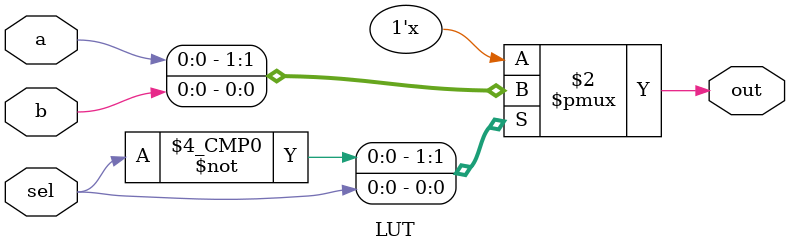
<source format=v>
module LUT(a,b,sel,out);


input a;
input b;
input sel;
output out;	
reg out;
always @(a or b or sel) begin
	case(sel)
		1'b0: 
			out = a;
		1'b1:
			out = b;
	endcase
end


endmodule

</source>
